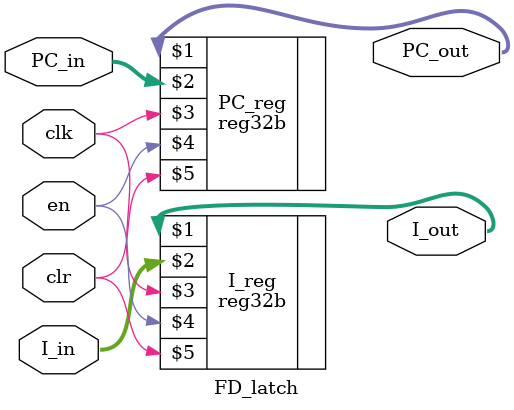
<source format=v>
module FD_latch(PC_out, I_out,
                PC_in, I_in,
                clk, en, clr);
    input [31:0] PC_in, I_in;
    input clk, en, clr;
    
    output [31:0] PC_out, I_out;

    // 32-bit register for PC
    reg32b PC_reg(PC_out, PC_in, clk, en, clr);

    // 32-bit register for current instruction
    reg32b I_reg(I_out, I_in, clk, en, clr);

endmodule
</source>
